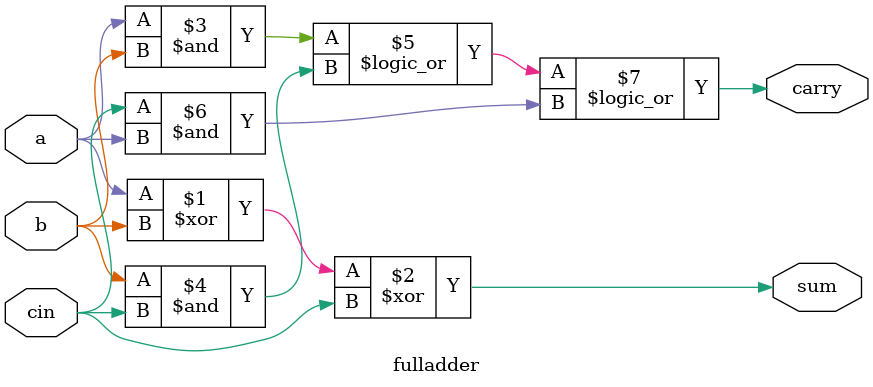
<source format=v>
`timescale 1ns / 1ps


module ripplecarryadder(
    input [3:0]a,b,
    output [3:0]s,
    output cout
    );
    wire cout0,cout1,cout2;
   fulladder f1(a[0],b[0],0,s[0],cout0);
   fulladder f2(a[1],b[1],cout0,s[1],cout1);
   fulladder f3(a[2],b[2],cout1,s[2],cout2);
   fulladder f4(a[3],b[3],cout2,s[3],cout); 
endmodule
module fulladder(input a,b,cin,
output  sum,carry);
assign sum=(a^b)^cin;
assign carry=(a&b)||(b&cin)||(cin&a);
endmodule

</source>
